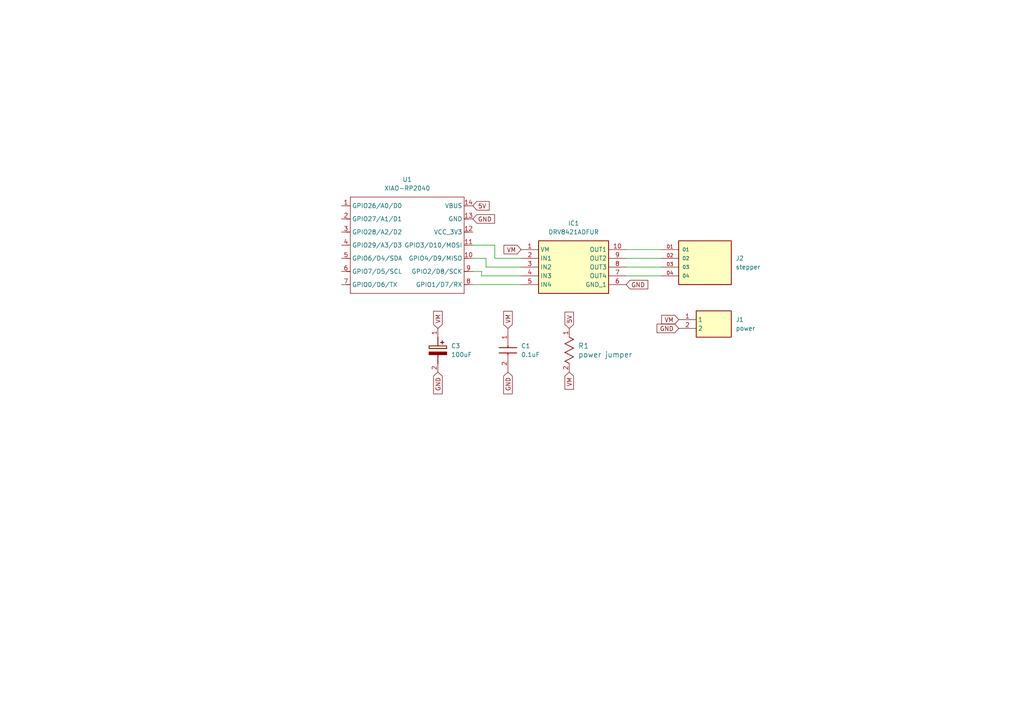
<source format=kicad_sch>
(kicad_sch (version 20250114) (generator "eeschema") (generator_version "9.0")
  (paper "A4")
  (lib_symbols
    (symbol "Neil:Capacitor 0.26x0.26" (pin_names (hide yes))
      (property "Reference" "C" (at 8.89 6.35 0))
      (property "Value" "100uF" (at 8.89 3.81 0))
      (symbol "Capacitor 0.26x0.26_1_1"
        (polyline (pts (xy 2.54 0) (xy 5.08 0)) (stroke (width 0.254)))
        (polyline (pts (xy 4.064 1.778) (xy 4.064 0.762)) (stroke (width 0.254)))
        (polyline (pts (xy 4.572 1.27) (xy 3.556 1.27)) (stroke (width 0.254)))
        (rectangle (start 5.08 2.54) (end 5.842 -2.54) (stroke (width 0.254)) (fill (type background)))
        (polyline (pts (xy 7.62 2.54) (xy 7.62 -2.54) (xy 6.858 -2.54) (xy 6.858 2.54) (xy 7.62 2.54)) (stroke (width 0.254)) (fill (type outline)))
        (polyline (pts (xy 7.62 0) (xy 10.16 0)) (stroke (width 0.254)))
        (pin passive line (at 0 0 0) (length 2.54) (name "+") (number "1"))
        (pin passive line (at 12.7 0 180) (length 2.54) (name "-") (number "2"))
      )
    )
    (symbol "Neil:Capacitor 1206" (pin_names (hide yes))
      (property "Reference" "C" (at 8.89 6.35 0))
      (property "Value" "1uF" (at 8.89 3.81 0))
      (symbol "Capacitor 1206_1_1"
        (polyline (pts (xy 5.08 0) (xy 5.588 0)) (stroke (width 0.254)))
        (polyline (pts (xy 5.588 2.54) (xy 5.588 -2.54)) (stroke (width 0.254)))
        (polyline (pts (xy 7.112 2.54) (xy 7.112 -2.54)) (stroke (width 0.254)))
        (polyline (pts (xy 7.112 0) (xy 7.62 0)) (stroke (width 0.254)))
        (pin passive line (at 0 0 0) (length 5.08) (name "1") (number "1"))
        (pin passive line (at 12.7 0 180) (length 5.08) (name "2") (number "2"))
      )
    )
    (symbol "Neil:DRV8421ADFUR"
      (property "Reference" "IC" (at 26.67 7.62 0))
      (property "Value" "DRV8421ADFUR" (at 26.67 5.08 0))
      (symbol "DRV8421ADFUR_1_1"
        (rectangle (start 5.08 2.54) (end 25.4 -12.7) (stroke (width 0.254)) (fill (type background)))
        (pin passive line (at 0 0 0) (length 5.08) (name "VM") (number "1"))
        (pin passive line (at 0 -2.54 0) (length 5.08) (name "IN1") (number "2"))
        (pin passive line (at 0 -5.08 0) (length 5.08) (name "IN2") (number "3"))
        (pin passive line (at 0 -7.62 0) (length 5.08) (name "IN3") (number "4"))
        (pin passive line (at 0 -10.16 0) (length 5.08) (name "IN4") (number "5"))
        (pin passive line (at 30.48 0 180) (length 5.08) (name "OUT1") (number "10"))
        (pin passive line (at 30.48 -2.54 180) (length 5.08) (name "OUT2") (number "9"))
        (pin passive line (at 30.48 -5.08 180) (length 5.08) (name "OUT3") (number "8"))
        (pin passive line (at 30.48 -7.62 180) (length 5.08) (name "OUT4") (number "7"))
        (pin passive line (at 30.48 -10.16 180) (length 5.08) (name "GND_1") (number "6"))
      )
    )
    (symbol "Neil:Resistor 1206" (pin_names (offset 0.254))
      (property "Reference" "R" (at 5.715 3.81 0))
      (property "Value" "1k" (at 6.35 -3.81 0))
      (symbol "Resistor 1206_1_1"
        (polyline (pts (xy 2.54 0) (xy 3.175 1.27)) (stroke (width 0.2032)))
        (polyline (pts (xy 3.175 1.27) (xy 4.445 -1.27)) (stroke (width 0.2032)))
        (polyline (pts (xy 4.445 -1.27) (xy 5.715 1.27)) (stroke (width 0.2032)))
        (polyline (pts (xy 5.715 1.27) (xy 6.985 -1.27)) (stroke (width 0.2032)))
        (polyline (pts (xy 6.985 -1.27) (xy 8.255 1.27)) (stroke (width 0.2032)))
        (polyline (pts (xy 8.255 1.27) (xy 9.525 -1.27)) (stroke (width 0.2032)))
        (polyline (pts (xy 9.525 -1.27) (xy 10.16 0)) (stroke (width 0.2032)))
        (pin unspecified line (at 0 0 0) (length 2.54) (name "") (number "1"))
        (pin unspecified line (at 12.7 0 180) (length 2.54) (name "") (number "2"))
      )
      (symbol "Resistor 1206_1_2"
        (polyline (pts (xy -1.27 8.255) (xy 1.27 9.525)) (stroke (width 0.2032)))
        (polyline (pts (xy -1.27 5.715) (xy 1.27 6.985)) (stroke (width 0.2032)))
        (polyline (pts (xy -1.27 3.175) (xy 1.27 4.445)) (stroke (width 0.2032)))
        (polyline (pts (xy 0 2.54) (xy -1.27 3.175)) (stroke (width 0.2032)))
        (polyline (pts (xy 1.27 9.525) (xy 0 10.16)) (stroke (width 0.2032)))
        (polyline (pts (xy 1.27 6.985) (xy -1.27 8.255)) (stroke (width 0.2032)))
        (polyline (pts (xy 1.27 4.445) (xy -1.27 5.715)) (stroke (width 0.2032)))
        (pin unspecified line (at 0 12.7 270) (length 2.54) (name "") (number "1"))
        (pin unspecified line (at 0 0 90) (length 2.54) (name "") (number "2"))
      )
    )
    (symbol "Neil:XIAO RP2040"
      (property "Reference" "U" (at 1.016 2.794 0))
      (property "Value" "XIAO-RP2040" (at 7.62 1.016 0))
      (symbol "XIAO RP2040_1_0"
        (polyline (pts (xy 0 0) (xy 33.02 0)) (stroke (width 0.1524)))
        (polyline (pts (xy 0 -2.54) (xy -1.27 -2.54)) (stroke (width 0.1524)))
        (polyline (pts (xy 0 -2.54) (xy 0 0)) (stroke (width 0.1524)))
        (polyline (pts (xy 0 -6.35) (xy -1.27 -6.35)) (stroke (width 0.1524)))
        (polyline (pts (xy 0 -6.35) (xy 0 -2.54)) (stroke (width 0.1524)))
        (polyline (pts (xy 0 -10.16) (xy -1.27 -10.16)) (stroke (width 0.1524)))
        (polyline (pts (xy 0 -10.16) (xy 0 -6.35)) (stroke (width 0.1524)))
        (polyline (pts (xy 0 -13.97) (xy -1.27 -13.97)) (stroke (width 0.1524)))
        (polyline (pts (xy 0 -13.97) (xy 0 -10.16)) (stroke (width 0.1524)))
        (polyline (pts (xy 0 -17.78) (xy -1.27 -17.78)) (stroke (width 0.1524)))
        (polyline (pts (xy 0 -21.59) (xy -1.27 -21.59)) (stroke (width 0.1524)))
        (polyline (pts (xy 0 -25.4) (xy -1.27 -25.4)) (stroke (width 0.1524)))
        (polyline (pts (xy 0 -27.94) (xy 0 -13.97)) (stroke (width 0.1524)))
        (polyline (pts (xy 33.02 0) (xy 33.02 -2.54)) (stroke (width 0.1524)))
        (polyline (pts (xy 33.02 -2.54) (xy 33.02 -6.35)) (stroke (width 0.1524)))
        (polyline (pts (xy 33.02 -6.35) (xy 33.02 -10.16)) (stroke (width 0.1524)))
        (polyline (pts (xy 33.02 -10.16) (xy 33.02 -27.94)) (stroke (width 0.1524)))
        (polyline (pts (xy 33.02 -27.94) (xy 0 -27.94)) (stroke (width 0.1524)))
        (polyline (pts (xy 34.29 -2.54) (xy 33.02 -2.54)) (stroke (width 0.1524)))
        (polyline (pts (xy 34.29 -6.35) (xy 33.02 -6.35)) (stroke (width 0.1524)))
        (polyline (pts (xy 34.29 -10.16) (xy 33.02 -10.16)) (stroke (width 0.1524)))
        (polyline (pts (xy 34.29 -13.97) (xy 33.02 -13.97)) (stroke (width 0.1524)))
        (polyline (pts (xy 34.29 -17.78) (xy 33.02 -17.78)) (stroke (width 0.1524)))
        (polyline (pts (xy 34.29 -21.59) (xy 33.02 -21.59)) (stroke (width 0.1524)))
        (polyline (pts (xy 34.29 -25.4) (xy 33.02 -25.4)) (stroke (width 0.1524)))
        (pin passive line (at -2.54 -2.54 0) (length 2.54) (name "GPIO26/A0/D0") (number "1"))
        (pin passive line (at -2.54 -6.35 0) (length 2.54) (name "GPIO27/A1/D1") (number "2"))
        (pin passive line (at -2.54 -10.16 0) (length 2.54) (name "GPIO28/A2/D2") (number "3"))
        (pin passive line (at -2.54 -13.97 0) (length 2.54) (name "GPIO29/A3/D3") (number "4"))
        (pin passive line (at -2.54 -17.78 0) (length 2.54) (name "GPIO6/D4/SDA") (number "5"))
        (pin passive line (at -2.54 -21.59 0) (length 2.54) (name "GPIO7/D5/SCL") (number "6"))
        (pin passive line (at -2.54 -25.4 0) (length 2.54) (name "GPIO0/D6/TX") (number "7"))
        (pin passive line (at 35.56 -2.54 180) (length 2.54) (name "VBUS") (number "14"))
        (pin passive line (at 35.56 -6.35 180) (length 2.54) (name "GND") (number "13"))
        (pin passive line (at 35.56 -10.16 180) (length 2.54) (name "VCC_3V3") (number "12"))
        (pin passive line (at 35.56 -13.97 180) (length 2.54) (name "GPIO3/D10/MOSI") (number "11"))
        (pin passive line (at 35.56 -17.78 180) (length 2.54) (name "GPIO4/D9/MISO") (number "10"))
        (pin passive line (at 35.56 -21.59 180) (length 2.54) (name "GPIO2/D8/SCK") (number "9"))
        (pin passive line (at 35.56 -25.4 180) (length 2.54) (name "GPIO1/D7/RX") (number "8"))
      )
    )
    (symbol "Neil:right angle header 2 pins"
      (property "Reference" "J" (at 16.51 7.62 0))
      (property "Value" "right angle 2" (at 16.51 5.08 0))
      (symbol "right angle header 2 pins_1_1"
        (rectangle (start 5.08 2.54) (end 15.24 -5.08) (stroke (width 0.254)) (fill (type background)))
        (pin passive line (at 0 0 0) (length 5.08) (name "1") (number "1"))
        (pin passive line (at 0 -2.54 0) (length 5.08) (name "2") (number "2"))
      )
    )
    (symbol "Neil:right angle header 4 pins" (pin_names (offset 1.016))
      (property "Reference" "J" (at -8.12 7.62 0))
      (property "Value" "right angle header 4 pins" (at -7.62 -7.62 0))
      (symbol "right angle header 4 pins_0_0"
        (rectangle (start -7.62 -5.08) (end 7.62 7.62) (stroke (width 0.254)) (fill (type background)))
        (pin passive line (at -12.7 5.08 0) (length 5.08) (name "01") (number "01"))
        (pin passive line (at -12.7 2.54 0) (length 5.08) (name "02") (number "02"))
        (pin passive line (at -12.7 0 0) (length 5.08) (name "03") (number "03"))
        (pin passive line (at -12.7 -2.54 0) (length 5.08) (name "04") (number "04"))
      )
    )
  )
  (wire (pts (xy 137.16 82.55) (xy 151.13 82.55)))
  (wire (pts (xy 139.7 80.01) (xy 151.13 80.01)))
  (wire (pts (xy 181.61 77.47) (xy 191.77 77.47)))
  (wire (pts (xy 181.61 72.39) (xy 191.77 72.39)))
  (wire (pts (xy 140.97 77.47) (xy 151.13 77.47)))
  (wire (pts (xy 137.16 71.12) (xy 143.51 71.12)))
  (wire (pts (xy 143.51 74.93) (xy 151.13 74.93)))
  (wire (pts (xy 137.16 78.74) (xy 139.7 78.74)))
  (wire (pts (xy 139.7 78.74) (xy 139.7 80.01)))
  (wire (pts (xy 181.61 74.93) (xy 191.77 74.93)))
  (wire (pts (xy 137.16 74.93) (xy 140.97 74.93)))
  (wire (pts (xy 143.51 71.12) (xy 143.51 74.93)))
  (wire (pts (xy 181.61 80.01) (xy 191.77 80.01)))
  (wire (pts (xy 140.97 74.93) (xy 140.97 77.47)))
  (global_label "GND" (shape input) (at 147.32 107.95 270) (property "Intersheetrefs" "${INTERSHEET_REFS}" (effects (hide yes))))
  (global_label "GND" (shape input) (at 181.61 82.55 0) (property "Intersheetrefs" "${INTERSHEET_REFS}" (effects (hide yes))))
  (global_label "VM" (shape input) (at 127 95.25 90) (property "Intersheetrefs" "${INTERSHEET_REFS}" (effects (hide yes))))
  (global_label "VM" (shape input) (at 151.13 72.39 180) (property "Intersheetrefs" "${INTERSHEET_REFS}" (effects (hide yes))))
  (global_label "GND" (shape input) (at 137.16 63.5 0) (property "Intersheetrefs" "${INTERSHEET_REFS}" (effects (hide yes))))
  (global_label "GND" (shape input) (at 127 107.95 270) (property "Intersheetrefs" "${INTERSHEET_REFS}" (effects (hide yes))))
  (global_label "5V" (shape input) (at 137.16 59.69 0) (property "Intersheetrefs" "${INTERSHEET_REFS}" (effects (hide yes))))
  (global_label "5V" (shape input) (at 165.1 95.25 90) (property "Intersheetrefs" "${INTERSHEET_REFS}" (effects (hide yes))))
  (global_label "VM" (shape input) (at 147.32 95.25 90) (property "Intersheetrefs" "${INTERSHEET_REFS}" (effects (hide yes))))
  (global_label "VM" (shape input) (at 165.1 107.95 270) (property "Intersheetrefs" "${INTERSHEET_REFS}" (effects (hide yes))))
  (global_label "GND" (shape input) (at 196.85 95.25 180) (property "Intersheetrefs" "${INTERSHEET_REFS}" (effects (hide yes))))
  (global_label "VM" (shape input) (at 196.85 92.71 180) (property "Intersheetrefs" "${INTERSHEET_REFS}" (effects (hide yes))))
  (symbol (lib_id "Neil:Capacitor 0.26x0.26") (at 127 95.25 270) (unit 1)
    (property "Reference" "C3" (at 130.81 100.3299 90) (effects (justify left)))
    (property "Value" "100uF" (at 130.81 102.8699 90) (effects (justify left)))
    (property "Footprint" "Neil:EEEHP1H4R7P" (effects (hide yes)))
    (property "Datasheet" "http://industrial.panasonic.com/cdbs/www-data/pdf/RDE0000/RDE0000C1266.pdf" (effects (hide yes)))
    (property "Description" "Aluminum Electrolytic Capacitors - SMD 25VDC 100uF 20% 6.3x5.8mm AEC-Q200" (effects (hide yes)))
    (property "Manufacturer_Name" "Panasonic" (effects (hide yes)))
    (property "Manufacturer_Part_Number" "EEE-FN1E101UL" (effects (hide yes)))
    (property "Mouser Part Number" "667-EEE-FN1E101UL" (effects (hide yes)))
    (property "Mouser Price/Stock" "https://www.mouser.co.uk/ProductDetail/Panasonic/EEE-FN1E101UL?qs=vmHwEFxEFR%2FTCY6hshedlQ%3D%3D" (effects (hide yes)))
    (property "Arrow Part Number" "EEE-FN1E101UL" (effects (hide yes)))
    (property "Arrow Price/Stock" "https://www.arrow.com/en/products/eee-fn1e101ul/panasonic?region=nac" (effects (hide yes)))
  )
  (symbol (lib_id "Neil:right angle header 4 pins") (at 204.47 77.47 0) (unit 1)
    (property "Reference" "J2" (at 213.36 74.9299 0) (effects (justify left)))
    (property "Value" "stepper" (at 213.36 77.4699 0) (effects (justify left)))
    (property "Footprint" "Neil:right angle header 4 pins" (effects (hide yes)))
    (property "MF" "Samtec" (effects (hide yes)))
    (property "Description_1" "Connector Header Surface Mount, Right Angle 4 position 0.100 (2.54mm)" (effects (hide yes)))
    (property "Package" "None" (effects (hide yes)))
    (property "Price" "None" (effects (hide yes)))
    (property "Check_prices" "https://www.snapeda.com/parts/TSM-104-01-S-SH-K-TR/Samtec/view-part/?ref=eda" (effects (hide yes)))
    (property "STANDARD" "Manufacturer Recommendations" (effects (hide yes)))
    (property "PARTREV" "R" (effects (hide yes)))
    (property "SnapEDA_Link" "https://www.snapeda.com/parts/TSM-104-01-S-SH-K-TR/Samtec/view-part/?ref=snap" (effects (hide yes)))
    (property "MP" "TSM-104-01-S-SH-K-TR" (effects (hide yes)))
    (property "Availability" "In Stock" (effects (hide yes)))
    (property "MANUFACTURER" "Samtec" (effects (hide yes)))
  )
  (symbol (lib_id "Neil:right angle header 2 pins") (at 196.85 92.71 0) (unit 1)
    (property "Reference" "J1" (at 213.36 92.7099 0) (effects (justify left)))
    (property "Value" "power" (at 213.36 95.2499 0) (effects (justify left)))
    (property "Footprint" "Neil:right angle header 2 pins" (effects (hide yes)))
    (property "Datasheet" "http://suddendocs.samtec.com/prints/tsm-1xx-xx-xxx-xx-x-xxx-x-mkt.pdf" (effects (hide yes)))
    (property "Description" "2 Position, Dual-Row, .100&quot; Surface Mount Terminal Strip, Single-Row Vertical" (effects (hide yes)))
    (property "Manufacturer_Name" "SAMTEC" (effects (hide yes)))
    (property "Manufacturer_Part_Number" "TSM-102-02-H-SH" (effects (hide yes)))
  )
  (symbol (lib_id "Neil:Resistor 1206") (at 165.1 95.25 270) (unit 1)
    (property "Reference" "R1" (at 167.64 100.3299 90) (effects (font (size 1.524 1.524)) (justify left)))
    (property "Value" "power jumper" (at 167.64 102.8699 90) (effects (font (size 1.524 1.524)) (justify left)))
    (property "Footprint" "Neil:Resistor 1206" (effects (hide yes)))
    (property "Datasheet" "RC1206FR-071KL" (effects (hide yes)))
  )
  (symbol (lib_id "Neil:XIAO RP2040") (at 101.6 57.15 0) (unit 1)
    (property "Reference" "U1" (at 118.11 52.07 0))
    (property "Value" "XIAO-RP2040" (at 118.11 54.61 0))
    (property "Footprint" "Neil:XIAO-RP2040-SMD" (effects (hide yes)))
  )
  (symbol (lib_id "Neil:Capacitor 1206") (at 147.32 95.25 270) (unit 1)
    (property "Reference" "C1" (at 151.13 100.3299 90) (effects (justify left)))
    (property "Value" "0.1uF" (at 151.13 102.8699 90) (effects (justify left)))
    (property "Footprint" "Neil:Resistor 1206" (effects (hide yes)))
    (property "Datasheet" "https://product.tdk.com/info/en/catalog/datasheets/mlcc_commercial_midvoltage_en.pdf" (effects (hide yes)))
    (property "Description" "1206 X7R ceramic capacitor 50V 1uF TDK C3216 C 1uF Ceramic Multilayer Capacitor, 50 V dc X7R Dielectric +/-10% SMD" (effects (hide yes)))
    (property "Height" "1.8" (effects (hide yes)))
    (property "Manufacturer_Name" "TDK" (effects (hide yes)))
    (property "Manufacturer_Part_Number" "C3216X7R1H105K160AB" (effects (hide yes)))
    (property "Mouser Part Number" "810-C3216X7R1H105K" (effects (hide yes)))
    (property "Mouser Price/Stock" "https://www.mouser.co.uk/ProductDetail/TDK/C3216X7R1H105K160AB?qs=NRhsANhppD9o2v7nR8CCQg%3D%3D" (effects (hide yes)))
    (property "Arrow Part Number" "C3216X7R1H105K160AB" (effects (hide yes)))
    (property "Arrow Price/Stock" "https://www.arrow.com/en/products/c3216x7r1h105k160ab/tdk?region=nac" (effects (hide yes)))
  )
  (symbol (lib_id "Neil:DRV8421ADFUR") (at 151.13 72.39 0) (unit 1)
    (property "Reference" "IC1" (at 166.37 64.77 0))
    (property "Value" "DRV8421ADFUR" (at 166.37 67.31 0))
    (property "Footprint" "Neil:DRV8421ADFUR" (effects (hide yes)))
    (property "Datasheet" "https://www.ti.com/lit/ds/symlink/drv8421.pdf?ts=1722760907357&ref_url" (effects (hide yes)))
    (property "Description" "Motor / Motion / Ignition Controllers & Drivers 18V 2A dual H-bridg e motor driver" (effects (hide yes)))
    (property "Height" "1.1" (effects (hide yes)))
    (property "Manufacturer_Name" "Texas Instruments" (effects (hide yes)))
    (property "Manufacturer_Part_Number" "DRV8421ADGQR" (effects (hide yes)))
  )
)
</source>
